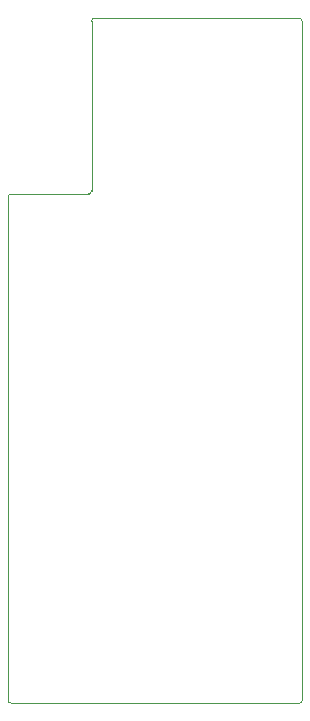
<source format=gbr>
%TF.GenerationSoftware,KiCad,Pcbnew,(5.1.9)-1*%
%TF.CreationDate,2021-07-06T15:26:55+07:00*%
%TF.ProjectId,A2B,4132422e-6b69-4636-9164-5f7063625858,2*%
%TF.SameCoordinates,Original*%
%TF.FileFunction,Profile,NP*%
%FSLAX46Y46*%
G04 Gerber Fmt 4.6, Leading zero omitted, Abs format (unit mm)*
G04 Created by KiCad (PCBNEW (5.1.9)-1) date 2021-07-06 15:26:55*
%MOMM*%
%LPD*%
G01*
G04 APERTURE LIST*
%TA.AperFunction,Profile*%
%ADD10C,0.100000*%
%TD*%
G04 APERTURE END LIST*
D10*
X115704767Y-43687994D02*
X115697000Y-34912300D01*
X115705778Y-44830993D02*
X115705778Y-44830993D01*
X115705778Y-44830993D02*
X115704767Y-43687994D01*
X115697000Y-34912300D02*
G75*
G02*
X115963700Y-34645600I266700J0D01*
G01*
X115709700Y-49263300D02*
G75*
G02*
X115443000Y-49530000I-266700J0D01*
G01*
X108623100Y-49796700D02*
G75*
G02*
X108889800Y-49530000I266700J0D01*
G01*
X108889800Y-92659200D02*
G75*
G02*
X108623100Y-92392500I0J266700D01*
G01*
X133540500Y-92392500D02*
G75*
G02*
X133273800Y-92659200I-266700J0D01*
G01*
X133273800Y-34645600D02*
G75*
G02*
X133540500Y-34912300I0J-266700D01*
G01*
X115709700Y-49263300D02*
X115705778Y-44830993D01*
X108889800Y-49530000D02*
X115443000Y-49530000D01*
X108623100Y-92392500D02*
X108623100Y-49796700D01*
X133273800Y-92659200D02*
X108889800Y-92659200D01*
X133540500Y-34912300D02*
X133540500Y-92392500D01*
X115963700Y-34645600D02*
X133273800Y-34645600D01*
M02*

</source>
